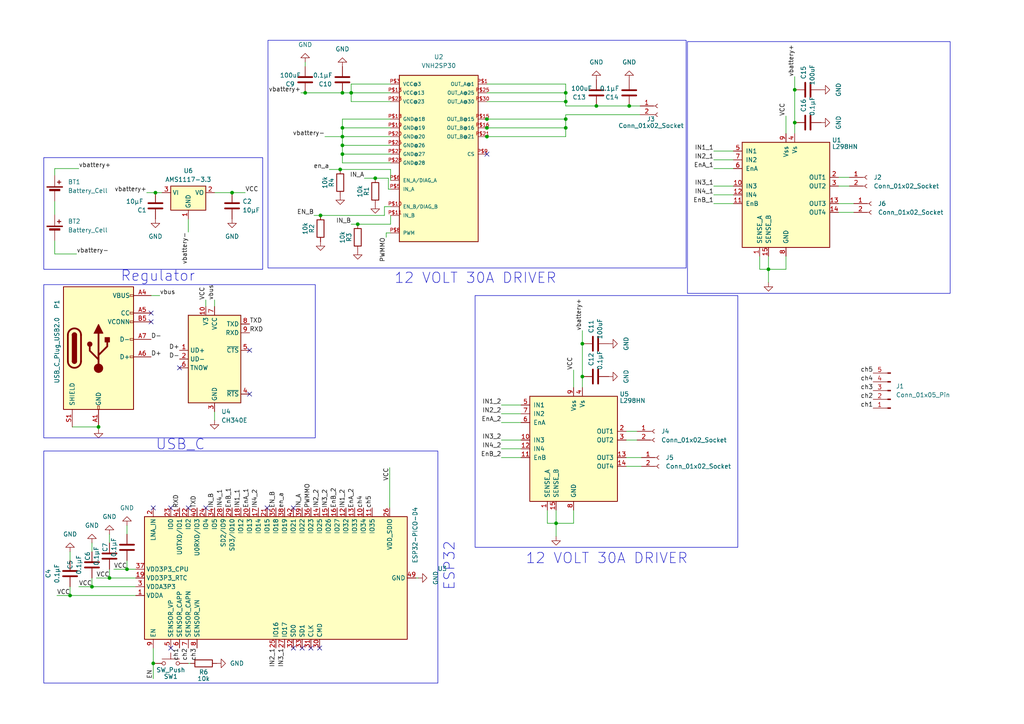
<source format=kicad_sch>
(kicad_sch (version 20230121) (generator eeschema)
  (paper "A4")
  (lib_symbols
    (symbol "Battery_Cell_1" (pin_numbers hide) (pin_names (offset 0) hide)
      (property "Reference" "BT1" (at 3.81 3.1115 0))
      (property "Value" "Battery_Cell" (at 3.81 0.5715 0))
      (symbol "Battery_Cell_1_0_1"
        (rectangle (start -2.286 1.778) (end 2.286 1.524) (fill (type outline)))
        (rectangle (start -1.524 1.016) (end 1.524 0.508) (fill (type outline)))
        (polyline (pts (xy 0 0.762) (xy 0 0)))
        (polyline (pts (xy 0 1.778) (xy 0 2.54)))
        (polyline (pts (xy 0.762 3.048) (xy 1.778 3.048)) (stroke (width 0.254)))
        (polyline (pts (xy 1.27 3.556) (xy 1.27 2.54)) (stroke (width 0.254)))
      )
      (symbol "Battery_Cell_1_1_1"
        (pin power_out line (at 0 5.08 270) (length 2.54) (name "+") (number "1"))
        (pin power_in line (at 0 -2.54 90) (length 2.54) (name "-") (number "2"))
      )
    )
    (symbol "Connector:Conn_01x02_Socket" (pin_names (offset 1.016) hide)
      (property "Reference" "J" (at 0 2.54 0))
      (property "Value" "Conn_01x02_Socket" (at 0 -5.08 0))
      (symbol "Conn_01x02_Socket_1_1"
        (arc (start 0 -2.032) (mid -0.5058 -2.54) (end 0 -3.048) (stroke (width 0.1524)))
        (polyline (pts (xy -1.27 -2.54) (xy -0.508 -2.54)) (stroke (width 0.1524)))
        (polyline (pts (xy -1.27 0) (xy -0.508 0)) (stroke (width 0.1524)))
        (arc (start 0 0.508) (mid -0.5058 0) (end 0 -0.508) (stroke (width 0.1524)))
        (pin passive line (at -5.08 0 0) (length 3.81) (name "Pin_1") (number "1"))
        (pin passive line (at -5.08 -2.54 0) (length 3.81) (name "Pin_2") (number "2"))
      )
    )
    (symbol "Connector:Conn_01x05_Pin" (pin_names (offset 1.016) hide)
      (property "Reference" "J" (at 0 7.62 0))
      (property "Value" "Conn_01x05_Pin" (at 0 -7.62 0))
      (symbol "Conn_01x05_Pin_1_1"
        (polyline (pts (xy 1.27 -5.08) (xy 0.8636 -5.08)) (stroke (width 0.1524)))
        (polyline (pts (xy 1.27 -2.54) (xy 0.8636 -2.54)) (stroke (width 0.1524)))
        (polyline (pts (xy 1.27 0) (xy 0.8636 0)) (stroke (width 0.1524)))
        (polyline (pts (xy 1.27 2.54) (xy 0.8636 2.54)) (stroke (width 0.1524)))
        (polyline (pts (xy 1.27 5.08) (xy 0.8636 5.08)) (stroke (width 0.1524)))
        (rectangle (start 0.8636 -4.953) (end 0 -5.207) (stroke (width 0.1524)) (fill (type outline)))
        (rectangle (start 0.8636 -2.413) (end 0 -2.667) (stroke (width 0.1524)) (fill (type outline)))
        (rectangle (start 0.8636 0.127) (end 0 -0.127) (stroke (width 0.1524)) (fill (type outline)))
        (rectangle (start 0.8636 2.667) (end 0 2.413) (stroke (width 0.1524)) (fill (type outline)))
        (rectangle (start 0.8636 5.207) (end 0 4.953) (stroke (width 0.1524)) (fill (type outline)))
        (pin passive line (at 5.08 5.08 180) (length 3.81) (name "Pin_1") (number "1"))
        (pin passive line (at 5.08 2.54 180) (length 3.81) (name "Pin_2") (number "2"))
        (pin passive line (at 5.08 0 180) (length 3.81) (name "Pin_3") (number "3"))
        (pin passive line (at 5.08 -2.54 180) (length 3.81) (name "Pin_4") (number "4"))
        (pin passive line (at 5.08 -5.08 180) (length 3.81) (name "Pin_5") (number "5"))
      )
    )
    (symbol "Connector:USB_C_Plug_USB2.0" (pin_names (offset 1.016))
      (property "Reference" "P1" (at -12.065 12.7 90))
      (property "Value" "USB_C_Plug_USB2.0" (at -12.065 -0.635 90))
      (symbol "USB_C_Plug_USB2.0_0_0"
        (rectangle (start -0.254 -17.78) (end 0.254 -16.764))
        (rectangle (start 10.16 -2.286) (end 9.144 -2.794))
        (rectangle (start 10.16 2.794) (end 9.144 2.286))
        (rectangle (start 10.16 7.874) (end 9.144 7.366))
        (rectangle (start 10.16 10.414) (end 9.144 9.906))
        (rectangle (start 10.16 15.494) (end 9.144 14.986))
      )
      (symbol "USB_C_Plug_USB2.0_0_1"
        (rectangle (start -10.16 17.78) (end 10.16 -17.78) (stroke (width 0.254)) (fill (type background)))
        (arc (start -8.89 -3.81) (mid -6.985 -5.7067) (end -5.08 -3.81) (stroke (width 0.508)))
        (arc (start -7.62 -3.81) (mid -6.985 -4.4423) (end -6.35 -3.81) (stroke (width 0.254)))
        (arc (start -7.62 -3.81) (mid -6.985 -4.4423) (end -6.35 -3.81) (stroke (width 0.254)) (fill (type outline)))
        (rectangle (start -7.62 -3.81) (end -6.35 3.81) (stroke (width 0.254)) (fill (type outline)))
        (arc (start -6.35 3.81) (mid -6.985 4.4423) (end -7.62 3.81) (stroke (width 0.254)))
        (arc (start -6.35 3.81) (mid -6.985 4.4423) (end -7.62 3.81) (stroke (width 0.254)) (fill (type outline)))
        (arc (start -5.08 3.81) (mid -6.985 5.7067) (end -8.89 3.81) (stroke (width 0.508)))
        (circle (center -2.54 1.143) (radius 0.635) (stroke (width 0.254)) (fill (type outline)))
        (circle (center 0 -5.842) (radius 1.27) (fill (type outline)))
        (polyline (pts (xy -8.89 -3.81) (xy -8.89 3.81)) (stroke (width 0.508)))
        (polyline (pts (xy -5.08 3.81) (xy -5.08 -3.81)) (stroke (width 0.508)))
        (polyline (pts (xy 0 -5.842) (xy 0 4.318)) (stroke (width 0.508)))
        (polyline (pts (xy 0 -3.302) (xy -2.54 -0.762) (xy -2.54 0.508)) (stroke (width 0.508)))
        (polyline (pts (xy 0 -2.032) (xy 2.54 0.508) (xy 2.54 1.778)) (stroke (width 0.508)))
        (polyline (pts (xy -1.27 4.318) (xy 0 6.858) (xy 1.27 4.318) (xy -1.27 4.318)) (stroke (width 0.254)) (fill (type outline)))
        (rectangle (start 1.905 1.778) (end 3.175 3.048) (stroke (width 0.254)) (fill (type outline)))
      )
      (symbol "USB_C_Plug_USB2.0_1_1"
        (pin passive line (at 0 -22.86 90) (length 5.08) (name "GND") (number "A1"))
        (pin passive line (at 0 -22.86 90) (length 5.08) hide (name "GND") (number "A12"))
        (pin power_out line (at 15.24 15.24 180) (length 5.08) (name "VBUS") (number "A4"))
        (pin bidirectional line (at 15.24 10.16 180) (length 5.08) (name "CC") (number "A5"))
        (pin bidirectional line (at 15.24 -2.54 180) (length 5.08) (name "D+") (number "A6"))
        (pin bidirectional line (at 15.24 2.54 180) (length 5.08) (name "D-") (number "A7"))
        (pin passive line (at 15.24 15.24 180) (length 5.08) hide (name "VBUS") (number "A9"))
        (pin passive line (at 0 -22.86 90) (length 5.08) hide (name "GND") (number "B1"))
        (pin passive line (at 0 -22.86 90) (length 5.08) hide (name "GND") (number "B12"))
        (pin passive line (at 15.24 15.24 180) (length 5.08) hide (name "VBUS") (number "B4"))
        (pin bidirectional line (at 15.24 7.62 180) (length 5.08) (name "VCONN") (number "B5"))
        (pin passive line (at 15.24 15.24 180) (length 5.08) hide (name "VBUS") (number "B9"))
        (pin passive line (at -7.62 -22.86 90) (length 5.08) (name "SHIELD") (number "S1"))
      )
    )
    (symbol "Device:Battery_Cell" (pin_numbers hide) (pin_names (offset 0) hide)
      (property "Reference" "BT2" (at 3.81 3.1115 0))
      (property "Value" "Battery_Cell" (at 3.81 0.5715 0))
      (symbol "Battery_Cell_0_1"
        (rectangle (start -2.286 1.778) (end 2.286 1.524) (fill (type outline)))
        (rectangle (start -1.524 1.016) (end 1.524 0.508) (fill (type outline)))
        (polyline (pts (xy 0 0.762) (xy 0 0)))
        (polyline (pts (xy 0 1.778) (xy 0 2.54)))
        (polyline (pts (xy 0.762 3.048) (xy 1.778 3.048)) (stroke (width 0.254)))
        (polyline (pts (xy 1.27 3.556) (xy 1.27 2.54)) (stroke (width 0.254)))
      )
      (symbol "Battery_Cell_1_1"
        (pin power_out line (at 0 5.08 270) (length 2.54) (name "+") (number "1"))
        (pin power_in line (at 0 -2.54 90) (length 2.54) (name "-") (number "2"))
      )
    )
    (symbol "Device:C" (pin_numbers hide) (pin_names (offset 0.254))
      (property "Reference" "C" (at 0.635 2.54 0))
      (property "Value" "C" (at 0.635 -2.54 0))
      (symbol "C_0_1"
        (polyline (pts (xy -2.032 -0.762) (xy 2.032 -0.762)) (stroke (width 0.508)))
        (polyline (pts (xy -2.032 0.762) (xy 2.032 0.762)) (stroke (width 0.508)))
      )
      (symbol "C_1_1"
        (pin passive line (at 0 3.81 270) (length 2.794) (name "~") (number "1"))
        (pin passive line (at 0 -3.81 90) (length 2.794) (name "~") (number "2"))
      )
    )
    (symbol "Device:R" (pin_numbers hide) (pin_names (offset 0))
      (property "Reference" "R" (at 2.032 0 90))
      (property "Value" "R" (at 0 0 90))
      (symbol "R_0_1"
        (rectangle (start -1.016 -2.54) (end 1.016 2.54) (stroke (width 0.254)))
      )
      (symbol "R_1_1"
        (pin passive line (at 0 3.81 270) (length 1.27) (name "~") (number "1"))
        (pin passive line (at 0 -3.81 90) (length 1.27) (name "~") (number "2"))
      )
    )
    (symbol "Driver_Motor:L298HN" (pin_names (offset 1.016))
      (property "Reference" "U1" (at 13.335 15.875 0))
      (property "Value" "L298HN" (at 13.335 13.97 0))
      (symbol "L298HN_0_1"
        (rectangle (start -12.7 15.24) (end 12.7 -15.24) (stroke (width 0.254)) (fill (type background)))
      )
      (symbol "L298HN_1_1"
        (pin passive line (at -7.62 -17.78 90) (length 2.54) (name "SENSE_A") (number "1"))
        (pin input line (at -15.24 2.54 0) (length 2.54) (name "IN3") (number "10"))
        (pin input line (at -15.24 -2.54 0) (length 2.54) (name "EnB") (number "11"))
        (pin input line (at -15.24 0 0) (length 2.54) (name "IN4") (number "12"))
        (pin output line (at 15.24 -2.54 180) (length 2.54) (name "OUT3") (number "13"))
        (pin output line (at 15.24 -5.08 180) (length 2.54) (name "OUT4") (number "14"))
        (pin passive line (at -5.08 -17.78 90) (length 2.54) (name "SENSE_B") (number "15"))
        (pin output line (at 15.24 5.08 180) (length 2.54) (name "OUT1") (number "2"))
        (pin output line (at 15.24 2.54 180) (length 2.54) (name "OUT2") (number "3"))
        (pin power_in line (at 2.54 17.78 270) (length 2.54) (name "Vs") (number "4"))
        (pin input line (at -15.24 12.7 0) (length 2.54) (name "IN1") (number "5"))
        (pin input line (at -15.24 7.62 0) (length 2.54) (name "EnA") (number "6"))
        (pin input line (at -15.24 10.16 0) (length 2.54) (name "IN2") (number "7"))
        (pin passive line (at 0 -17.78 90) (length 2.54) (name "GND") (number "8"))
        (pin power_in line (at 0 17.78 270) (length 2.54) (name "Vss") (number "9"))
      )
    )
    (symbol "Interface_USB:CH340E"
      (property "Reference" "U4" (at 1.9559 -14.605 0))
      (property "Value" "CH340E" (at 1.9559 -17.145 0))
      (symbol "CH340E_0_1"
        (rectangle (start -7.62 12.7) (end 7.62 -12.7) (stroke (width 0.254)) (fill (type background)))
      )
      (symbol "CH340E_1_1"
        (pin bidirectional line (at -10.16 2.54 0) (length 2.54) (name "UD+") (number "1"))
        (pin passive line (at -2.54 15.24 270) (length 2.54) (name "V3") (number "10"))
        (pin bidirectional line (at -10.16 0 0) (length 2.54) (name "UD-") (number "2"))
        (pin passive line (at 0 -15.24 90) (length 2.54) (name "GND") (number "3"))
        (pin output line (at 10.16 -10.16 180) (length 2.54) (name "~{RTS}") (number "4"))
        (pin input line (at 10.16 2.54 180) (length 2.54) (name "~{CTS}") (number "5"))
        (pin output line (at -10.16 -2.54 0) (length 2.54) (name "TNOW") (number "6"))
        (pin power_in line (at 0 15.24 270) (length 2.54) (name "VCC") (number "7"))
        (pin output line (at 10.16 10.16 180) (length 2.54) (name "TXD") (number "8"))
        (pin input line (at 10.16 7.62 180) (length 2.54) (name "RXD") (number "9"))
      )
    )
    (symbol "L298HN_1" (pin_names (offset 1.016))
      (property "Reference" "U5" (at 13.335 15.875 0))
      (property "Value" "L298HN" (at 13.335 13.97 0))
      (symbol "L298HN_1_0_1"
        (rectangle (start -12.7 15.24) (end 12.7 -15.24) (stroke (width 0.254)) (fill (type background)))
      )
      (symbol "L298HN_1_1_1"
        (pin passive line (at -7.62 -17.78 90) (length 2.54) (name "SENSE_A") (number "1"))
        (pin input line (at -15.24 2.54 0) (length 2.54) (name "IN3") (number "10"))
        (pin input line (at -15.24 -2.54 0) (length 2.54) (name "EnB") (number "11"))
        (pin input line (at -15.24 0 0) (length 2.54) (name "IN4") (number "12"))
        (pin output line (at 15.24 -2.54 180) (length 2.54) (name "OUT3") (number "13"))
        (pin output line (at 15.24 -5.08 180) (length 2.54) (name "OUT4") (number "14"))
        (pin passive line (at -5.08 -17.78 90) (length 2.54) (name "SENSE_B") (number "15"))
        (pin output line (at 15.24 5.08 180) (length 2.54) (name "OUT1") (number "2"))
        (pin output line (at 15.24 2.54 180) (length 2.54) (name "OUT2") (number "3"))
        (pin power_in line (at 2.54 17.78 270) (length 2.54) (name "Vs") (number "4"))
        (pin input line (at -15.24 12.7 0) (length 2.54) (name "IN1") (number "5"))
        (pin input line (at -15.24 7.62 0) (length 2.54) (name "EnA") (number "6"))
        (pin input line (at -15.24 10.16 0) (length 2.54) (name "IN2") (number "7"))
        (pin passive line (at 0 -17.78 90) (length 2.54) (name "GND") (number "8"))
        (pin power_in line (at 0 17.78 270) (length 2.54) (name "Vss") (number "9"))
      )
    )
    (symbol "RF_Module:ESP32-PICO-D4"
      (property "Reference" "U3" (at 1.9559 -40.64 0))
      (property "Value" "ESP32-PICO-D4" (at 1.9559 -43.18 0))
      (symbol "ESP32-PICO-D4_0_0"
        (pin power_in line (at -5.08 40.64 270) (length 2.54) (name "VDDA") (number "1"))
        (pin input line (at 20.32 -25.4 180) (length 2.54) (name "IO34") (number "10"))
        (pin input line (at 20.32 -27.94 180) (length 2.54) (name "IO35") (number "11"))
        (pin bidirectional line (at 20.32 -20.32 180) (length 2.54) (name "IO32") (number "12"))
        (pin bidirectional line (at 20.32 -22.86 180) (length 2.54) (name "IO33") (number "13"))
        (pin bidirectional line (at 20.32 -12.7 180) (length 2.54) (name "IO25") (number "14"))
        (pin bidirectional line (at 20.32 -15.24 180) (length 2.54) (name "IO26") (number "15"))
        (pin bidirectional line (at 20.32 -17.78 180) (length 2.54) (name "IO27") (number "16"))
        (pin bidirectional line (at 20.32 5.08 180) (length 2.54) (name "IO14") (number "17"))
        (pin bidirectional line (at 20.32 10.16 180) (length 2.54) (name "IO12") (number "18"))
        (pin power_in line (at 0 40.64 270) (length 2.54) (name "VDD3P3_RTC") (number "19"))
        (pin bidirectional line (at 20.32 35.56 180) (length 2.54) (name "LNA_IN") (number "2"))
        (pin bidirectional line (at 20.32 7.62 180) (length 2.54) (name "IO13") (number "20"))
        (pin bidirectional line (at 20.32 2.54 180) (length 2.54) (name "IO15") (number "21"))
        (pin bidirectional line (at 20.32 25.4 180) (length 2.54) (name "IO2") (number "22"))
        (pin bidirectional line (at 20.32 30.48 180) (length 2.54) (name "IO0") (number "23"))
        (pin bidirectional line (at 20.32 20.32 180) (length 2.54) (name "IO4") (number "24"))
        (pin bidirectional line (at -20.32 0 0) (length 2.54) (name "IO16") (number "25"))
        (pin power_out line (at 20.32 -33.02 180) (length 2.54) (name "VDD_SDIO") (number "26"))
        (pin bidirectional line (at -20.32 -2.54 0) (length 2.54) (name "IO17") (number "27"))
        (pin bidirectional line (at 20.32 15.24 180) (length 2.54) (name "SD2/IO9") (number "28"))
        (pin bidirectional line (at 20.32 12.7 180) (length 2.54) (name "SD3/IO10") (number "29"))
        (pin power_in line (at -2.54 40.64 270) (length 2.54) (name "VDDA3P3") (number "3"))
        (pin bidirectional line (at -20.32 -12.7 0) (length 2.54) (name "CMD") (number "30"))
        (pin bidirectional line (at -20.32 -10.16 0) (length 2.54) (name "CLK") (number "31"))
        (pin bidirectional line (at -20.32 -5.08 0) (length 2.54) (name "SD0") (number "32"))
        (pin bidirectional line (at -20.32 -7.62 0) (length 2.54) (name "SD1") (number "33"))
        (pin bidirectional line (at 20.32 17.78 180) (length 2.54) (name "IO5") (number "34"))
        (pin bidirectional line (at 20.32 0 180) (length 2.54) (name "IO18") (number "35"))
        (pin bidirectional line (at 20.32 -10.16 180) (length 2.54) (name "IO23") (number "36"))
        (pin power_in line (at 2.54 40.64 270) (length 2.54) (name "VDD3P3_CPU") (number "37"))
        (pin bidirectional line (at 20.32 -2.54 180) (length 2.54) (name "IO19") (number "38"))
        (pin bidirectional line (at 20.32 -7.62 180) (length 2.54) (name "IO22") (number "39"))
        (pin passive line (at -2.54 40.64 270) (length 2.54) hide (name "VDDA3P3") (number "4"))
        (pin bidirectional line (at 20.32 22.86 180) (length 2.54) (name "U0RXD/IO3") (number "40"))
        (pin bidirectional line (at 20.32 27.94 180) (length 2.54) (name "U0TXD/IO1") (number "41"))
        (pin bidirectional line (at 20.32 -5.08 180) (length 2.54) (name "IO21") (number "42"))
        (pin passive line (at -5.08 40.64 270) (length 2.54) hide (name "VDDA") (number "43"))
        (pin no_connect line (at -17.78 -25.4 0) (length 2.54) hide (name "XTAL_N_NC") (number "44"))
        (pin no_connect line (at -17.78 -27.94 0) (length 2.54) hide (name "XTAL_P_NC") (number "45"))
        (pin passive line (at -5.08 40.64 270) (length 2.54) hide (name "VDDA") (number "46"))
        (pin no_connect line (at -17.78 -30.48 0) (length 2.54) hide (name "CAP2_NC") (number "47"))
        (pin no_connect line (at -17.78 -33.02 0) (length 2.54) hide (name "CAP1_NC") (number "48"))
        (pin input line (at -20.32 30.48 0) (length 2.54) (name "SENSOR_VP") (number "5"))
        (pin input line (at -20.32 27.94 0) (length 2.54) (name "SENSOR_CAPP") (number "6"))
        (pin input line (at -20.32 25.4 0) (length 2.54) (name "SENSOR_CAPN") (number "7"))
        (pin input line (at -20.32 22.86 0) (length 2.54) (name "SENSOR_VN") (number "8"))
        (pin input line (at -20.32 35.56 0) (length 2.54) (name "EN") (number "9"))
      )
      (symbol "ESP32-PICO-D4_0_1"
        (rectangle (start -17.78 38.1) (end 17.78 -38.1) (stroke (width 0.254)) (fill (type background)))
      )
      (symbol "ESP32-PICO-D4_1_0"
        (pin passive line (at 0 -40.64 90) (length 2.54) (name "GND") (number "49"))
      )
    )
    (symbol "Regulator_Linear:AMS1117-3.3"
      (property "Reference" "U" (at -3.81 3.175 0))
      (property "Value" "AMS1117-3.3" (at 0 3.175 0))
      (symbol "AMS1117-3.3_0_1"
        (rectangle (start -5.08 -5.08) (end 5.08 1.905) (stroke (width 0.254)) (fill (type background)))
      )
      (symbol "AMS1117-3.3_1_1"
        (pin power_in line (at 0 -7.62 90) (length 2.54) (name "GND") (number "1"))
        (pin power_out line (at 7.62 0 180) (length 2.54) (name "VO") (number "2"))
        (pin power_in line (at -7.62 0 0) (length 2.54) (name "VI") (number "3"))
      )
    )
    (symbol "Switch:SW_Push" (pin_numbers hide) (pin_names (offset 1.016) hide)
      (property "Reference" "SW" (at 1.27 2.54 0))
      (property "Value" "SW_Push" (at 0 -1.524 0))
      (symbol "SW_Push_0_1"
        (circle (center -2.032 0) (radius 0.508))
        (polyline (pts (xy 0 1.27) (xy 0 3.048)))
        (polyline (pts (xy 2.54 1.27) (xy -2.54 1.27)))
        (circle (center 2.032 0) (radius 0.508))
        (pin passive line (at -5.08 0 0) (length 2.54) (name "1") (number "1"))
        (pin passive line (at 5.08 0 180) (length 2.54) (name "2") (number "2"))
      )
    )
    (symbol "VNH2SP30:VNH2SP30" (pin_names (offset 1.016))
      (property "Reference" "U2" (at -1.27 15.24 0))
      (property "Value" "VNH2SP30" (at -1.27 12.7 0))
      (symbol "VNH2SP30_0_0"
        (rectangle (start -12.7 -38.1) (end 10.16 10.16) (stroke (width 0.254)) (fill (type background)))
        (pin bidirectional line (at -15.24 -27.94 0) (length 2.54) (name "EN_B/DIAG_B") (number "P$10"))
        (pin input line (at -15.24 -30.48 0) (length 2.54) (name "IN_B") (number "P$11"))
        (pin power_in line (at -15.24 5.08 0) (length 2.54) (name "VCC@13") (number "P$13"))
        (pin power_in line (at -15.24 -2.54 0) (length 2.54) (name "GND@18") (number "P$18"))
        (pin power_in line (at -15.24 -5.08 0) (length 2.54) (name "GND@19") (number "P$19"))
        (pin power_in line (at -15.24 -7.62 0) (length 2.54) (name "GND@20") (number "P$20"))
        (pin power_in line (at -15.24 2.54 0) (length 2.54) (name "VCC@23") (number "P$23"))
        (pin power_in line (at -15.24 -12.7 0) (length 2.54) (name "GND@27") (number "P$27"))
        (pin power_in line (at -15.24 -15.24 0) (length 2.54) (name "GND@28") (number "P$28"))
        (pin power_in line (at -15.24 7.62 0) (length 2.54) (name "VCC@3") (number "P$3"))
        (pin input line (at -15.24 -22.86 0) (length 2.54) (name "IN_A") (number "P$5"))
        (pin bidirectional line (at -15.24 -20.32 0) (length 2.54) (name "EN_A/DIAG_A") (number "P$6"))
        (pin input line (at -15.24 -35.56 0) (length 2.54) (name "PWM") (number "P$8"))
        (pin output line (at 12.7 -12.7 180) (length 2.54) (name "CS") (number "P$9"))
      )
      (symbol "VNH2SP30_1_0"
        (pin passive line (at 12.7 7.62 180) (length 2.54) (name "OUT_A@1") (number "P$1"))
        (pin passive line (at 12.7 -2.54 180) (length 2.54) (name "OUT_B@15") (number "P$15"))
        (pin passive line (at 12.7 -5.08 180) (length 2.54) (name "OUT_B@16") (number "P$16"))
        (pin passive line (at 12.7 -7.62 180) (length 2.54) (name "OUT_B@21") (number "P$21"))
        (pin passive line (at 12.7 5.08 180) (length 2.54) (name "OUT_A@25") (number "P$25"))
        (pin passive line (at -15.24 -10.16 0) (length 2.54) (name "GND@26") (number "P$26"))
        (pin passive line (at 12.7 2.54 180) (length 2.54) (name "OUT_A@30") (number "P$30"))
      )
    )
    (symbol "power:GND" (power) (pin_names (offset 0))
      (property "Value" "GND" (at 0 -3.81 0))
      (symbol "GND_0_1"
        (polyline (pts (xy 0 0) (xy 0 -1.27) (xy 1.27 -1.27) (xy 0 -2.54) (xy -1.27 -1.27) (xy 0 -1.27)))
      )
      (symbol "GND_1_1"
        (pin power_in line (at 0 0 270) (length 0) hide (name "GND") (number "1"))
      )
    )
  )
  (junction (at 141.224 39.624))
  (junction (at 20.32 172.72))
  (junction (at 36.83 165.1))
  (junction (at 164.084 26.924))
  (junction (at 44.45 192.405))
  (junction (at 103.759 65.024))
  (junction (at 45.085 55.88))
  (junction (at 28.575 123.825))
  (junction (at 67.31 55.88))
  (junction (at 101.854 26.924))
  (junction (at 92.964 62.484))
  (junction (at 26.67 170.18))
  (junction (at 141.224 34.544))
  (junction (at 31.75 167.64))
  (junction (at 230.505 26.035))
  (junction (at 99.314 26.924))
  (junction (at 99.314 42.164))
  (junction (at 164.084 34.544))
  (junction (at 99.314 37.084))
  (junction (at 161.29 151.765))
  (junction (at 164.084 29.464))
  (junction (at 108.839 51.689))
  (junction (at 168.91 109.22))
  (junction (at 164.084 37.084))
  (junction (at 172.974 30.734))
  (junction (at 88.519 26.924))
  (junction (at 168.91 99.695))
  (junction (at 230.505 35.56))
  (junction (at 222.885 78.105))
  (junction (at 182.499 30.734))
  (junction (at 99.314 44.704))
  (junction (at 141.224 37.084))
  (junction (at 98.679 49.149))
  (junction (at 99.314 39.624))
  (no_connect (at 87.63 187.96))
  (no_connect (at 52.07 106.68))
  (no_connect (at 49.53 147.32))
  (no_connect (at 54.61 147.32))
  (no_connect (at 90.17 187.96))
  (no_connect (at 141.224 44.704))
  (no_connect (at 72.39 101.6))
  (no_connect (at 43.815 90.805))
  (no_connect (at 44.45 147.32))
  (no_connect (at 77.47 147.32))
  (no_connect (at 72.39 114.3))
  (no_connect (at 85.09 147.32))
  (no_connect (at 92.71 187.96))
  (no_connect (at 85.09 187.96))
  (no_connect (at 59.69 147.32))
  (no_connect (at 43.815 93.345))
  (no_connect (at 49.53 187.96))
  (wire (pts (xy 108.839 51.689) (xy 112.649 51.689)))
  (wire (pts (xy 43.815 85.725) (xy 46.355 85.725)))
  (wire (pts (xy 101.854 24.384) (xy 113.284 24.384)))
  (wire (pts (xy 28.575 124.46) (xy 28.575 123.825)))
  (wire (pts (xy 113.284 49.149) (xy 113.284 52.324)))
  (wire (pts (xy 36.83 165.1) (xy 36.83 162.56)))
  (wire (pts (xy 99.314 37.084) (xy 99.314 34.544)))
  (wire (pts (xy 230.505 26.035) (xy 230.505 35.56)))
  (wire (pts (xy 112.649 51.689) (xy 112.649 54.864)))
  (wire (pts (xy 101.854 24.384) (xy 101.854 26.924)))
  (wire (pts (xy 101.854 26.924) (xy 101.854 29.464)))
  (wire (pts (xy 94.234 39.624) (xy 99.314 39.624)))
  (wire (pts (xy 20.955 123.825) (xy 28.575 123.825)))
  (wire (pts (xy 44.45 187.96) (xy 44.45 192.405)))
  (wire (pts (xy 141.224 24.384) (xy 164.084 24.384)))
  (wire (pts (xy 15.875 48.895) (xy 15.875 50.8)))
  (wire (pts (xy 230.505 22.225) (xy 230.505 26.035)))
  (wire (pts (xy 247.65 59.055) (xy 243.205 59.055)))
  (wire (pts (xy 164.084 33.274) (xy 185.674 33.274)))
  (wire (pts (xy 230.505 35.56) (xy 230.505 38.735)))
  (wire (pts (xy 95.504 49.149) (xy 98.679 49.149)))
  (wire (pts (xy 33.02 165.1) (xy 36.83 165.1)))
  (wire (pts (xy 222.885 81.915) (xy 222.885 78.105)))
  (wire (pts (xy 45.085 55.88) (xy 46.99 55.88)))
  (wire (pts (xy 145.415 120.015) (xy 151.13 120.015)))
  (wire (pts (xy 207.01 59.055) (xy 212.725 59.055)))
  (wire (pts (xy 105.664 51.689) (xy 108.839 51.689)))
  (wire (pts (xy 99.314 39.624) (xy 113.284 39.624)))
  (wire (pts (xy 166.37 147.955) (xy 166.37 151.765)))
  (wire (pts (xy 141.224 39.624) (xy 164.084 39.624)))
  (wire (pts (xy 31.75 154.94) (xy 31.75 157.48)))
  (wire (pts (xy 42.545 55.88) (xy 45.085 55.88)))
  (wire (pts (xy 99.314 42.164) (xy 99.314 44.704)))
  (wire (pts (xy 99.314 42.164) (xy 113.284 42.164)))
  (wire (pts (xy 112.014 67.564) (xy 113.284 67.564)))
  (wire (pts (xy 16.51 172.72) (xy 20.32 172.72)))
  (wire (pts (xy 36.83 152.4) (xy 36.83 154.94)))
  (wire (pts (xy 207.01 48.895) (xy 212.725 48.895)))
  (wire (pts (xy 22.225 73.66) (xy 15.875 73.66)))
  (wire (pts (xy 101.854 26.924) (xy 113.284 26.924)))
  (wire (pts (xy 227.965 33.655) (xy 227.965 38.735)))
  (wire (pts (xy 220.345 78.105) (xy 222.885 78.105)))
  (wire (pts (xy 99.314 47.244) (xy 113.284 47.244)))
  (wire (pts (xy 62.23 86.995) (xy 62.23 88.9)))
  (wire (pts (xy 36.83 165.1) (xy 39.37 165.1)))
  (wire (pts (xy 145.415 122.555) (xy 151.13 122.555)))
  (wire (pts (xy 141.224 26.924) (xy 164.084 26.924)))
  (wire (pts (xy 140.589 34.544) (xy 141.224 34.544)))
  (wire (pts (xy 101.854 29.464) (xy 113.284 29.464)))
  (wire (pts (xy 141.224 29.464) (xy 164.084 29.464)))
  (wire (pts (xy 26.67 170.18) (xy 39.37 170.18)))
  (wire (pts (xy 99.314 37.084) (xy 113.284 37.084)))
  (wire (pts (xy 113.284 65.024) (xy 113.284 62.484)))
  (wire (pts (xy 141.224 37.084) (xy 164.084 37.084)))
  (wire (pts (xy 44.45 192.405) (xy 44.45 196.85)))
  (wire (pts (xy 103.759 65.024) (xy 113.284 65.024)))
  (wire (pts (xy 207.01 53.975) (xy 212.725 53.975)))
  (wire (pts (xy 172.974 30.734) (xy 182.499 30.734)))
  (wire (pts (xy 87.249 26.924) (xy 88.519 26.924)))
  (wire (pts (xy 54.61 67.31) (xy 54.61 63.5)))
  (wire (pts (xy 20.32 172.72) (xy 20.32 170.18)))
  (wire (pts (xy 164.084 30.734) (xy 164.084 29.464)))
  (wire (pts (xy 164.084 29.464) (xy 164.084 26.924)))
  (wire (pts (xy 26.67 170.18) (xy 26.67 167.64)))
  (wire (pts (xy 121.285 167.64) (xy 120.65 167.64)))
  (wire (pts (xy 112.014 68.834) (xy 112.014 67.564)))
  (wire (pts (xy 99.314 34.544) (xy 113.284 34.544)))
  (wire (pts (xy 59.69 86.995) (xy 59.69 88.9)))
  (wire (pts (xy 247.65 61.595) (xy 243.205 61.595)))
  (wire (pts (xy 140.589 37.084) (xy 141.224 37.084)))
  (wire (pts (xy 31.75 167.64) (xy 31.75 165.1)))
  (wire (pts (xy 67.31 55.88) (xy 62.23 55.88)))
  (wire (pts (xy 207.01 56.515) (xy 212.725 56.515)))
  (wire (pts (xy 220.345 74.295) (xy 220.345 78.105)))
  (wire (pts (xy 207.01 43.815) (xy 212.725 43.815)))
  (wire (pts (xy 207.01 46.355) (xy 212.725 46.355)))
  (wire (pts (xy 111.506 59.944) (xy 113.284 59.944)))
  (wire (pts (xy 168.91 95.885) (xy 168.91 99.695)))
  (wire (pts (xy 111.506 62.484) (xy 111.506 59.944)))
  (wire (pts (xy 88.519 26.924) (xy 99.314 26.924)))
  (wire (pts (xy 62.23 121.92) (xy 62.23 119.38)))
  (wire (pts (xy 164.084 30.734) (xy 172.974 30.734)))
  (wire (pts (xy 166.37 107.315) (xy 166.37 112.395)))
  (wire (pts (xy 112.649 54.864) (xy 113.284 54.864)))
  (wire (pts (xy 222.885 78.105) (xy 227.965 78.105)))
  (wire (pts (xy 98.679 49.149) (xy 113.284 49.149)))
  (wire (pts (xy 99.314 37.084) (xy 99.314 39.624)))
  (wire (pts (xy 141.224 34.544) (xy 164.084 34.544)))
  (wire (pts (xy 158.75 147.955) (xy 158.75 151.765)))
  (wire (pts (xy 161.29 151.765) (xy 166.37 151.765)))
  (wire (pts (xy 145.415 117.475) (xy 151.13 117.475)))
  (wire (pts (xy 22.86 170.18) (xy 26.67 170.18)))
  (wire (pts (xy 31.75 167.64) (xy 39.37 167.64)))
  (wire (pts (xy 184.785 125.095) (xy 181.61 125.095)))
  (wire (pts (xy 99.314 44.704) (xy 99.314 47.244)))
  (wire (pts (xy 222.885 74.295) (xy 222.885 78.105)))
  (wire (pts (xy 164.084 37.084) (xy 164.084 39.624)))
  (wire (pts (xy 145.415 130.175) (xy 151.13 130.175)))
  (wire (pts (xy 164.084 34.544) (xy 164.084 37.084)))
  (wire (pts (xy 15.875 73.66) (xy 15.875 69.85)))
  (wire (pts (xy 164.084 24.384) (xy 164.084 26.924)))
  (wire (pts (xy 20.32 160.02) (xy 20.32 162.56)))
  (wire (pts (xy 71.12 55.88) (xy 67.31 55.88)))
  (wire (pts (xy 186.055 132.715) (xy 181.61 132.715)))
  (wire (pts (xy 26.67 157.48) (xy 26.67 160.02)))
  (wire (pts (xy 27.94 167.64) (xy 31.75 167.64)))
  (wire (pts (xy 145.415 127.635) (xy 151.13 127.635)))
  (wire (pts (xy 113.03 135.636) (xy 113.03 147.32)))
  (wire (pts (xy 99.314 39.624) (xy 99.314 42.164)))
  (wire (pts (xy 168.91 109.22) (xy 168.91 112.395)))
  (wire (pts (xy 246.38 51.435) (xy 243.205 51.435)))
  (wire (pts (xy 99.314 26.924) (xy 101.854 26.924)))
  (wire (pts (xy 158.75 151.765) (xy 161.29 151.765)))
  (wire (pts (xy 91.059 62.484) (xy 92.964 62.484)))
  (wire (pts (xy 182.499 30.734) (xy 185.674 30.734)))
  (wire (pts (xy 186.055 135.255) (xy 181.61 135.255)))
  (wire (pts (xy 99.314 44.704) (xy 113.284 44.704)))
  (wire (pts (xy 20.32 172.72) (xy 39.37 172.72)))
  (wire (pts (xy 22.86 48.895) (xy 15.875 48.895)))
  (wire (pts (xy 168.91 99.695) (xy 168.91 109.22)))
  (wire (pts (xy 92.964 62.484) (xy 111.506 62.484)))
  (wire (pts (xy 140.589 39.624) (xy 141.224 39.624)))
  (wire (pts (xy 55.245 192.405) (xy 54.61 192.405)))
  (wire (pts (xy 246.38 53.975) (xy 243.205 53.975)))
  (wire (pts (xy 15.875 58.42) (xy 15.875 62.23)))
  (wire (pts (xy 227.965 74.295) (xy 227.965 78.105)))
  (wire (pts (xy 101.854 65.024) (xy 103.759 65.024)))
  (wire (pts (xy 161.29 147.955) (xy 161.29 151.765)))
  (wire (pts (xy 145.415 132.715) (xy 151.13 132.715)))
  (wire (pts (xy 161.29 155.575) (xy 161.29 151.765)))
  (wire (pts (xy 164.084 33.274) (xy 164.084 34.544)))
  (wire (pts (xy 88.519 18.034) (xy 88.519 19.304)))
  (wire (pts (xy 184.785 127.635) (xy 181.61 127.635)))
  (rectangle (start 12.7 130.81) (end 127 198.12))
  (rectangle (start 77.724 11.684) (end 199.009 77.724))
  (rectangle (start 199.39 12.065) (end 275.59 85.09))
  (rectangle (start 12.7 82.55) (end 91.44 127))
  (rectangle (start 12.7 45.72) (end 76.2 78.105))
  (rectangle (start 137.795 85.725) (end 213.995 158.75))
  (text "12 VOLT 30A DRIVER\n" (at 152.4 163.83 0) (effects (font (size 3 3)) (justify left bottom)))
  (text "ESP32" (at 132.08 171.45 90) (effects (font (size 3 3)) (justify left bottom)))
  (text "Regulator" (at 34.925 81.915 0) (effects (font (size 3 3)) (justify left bottom)))
  (text "USB_C" (at 45.085 130.81 0) (effects (font (size 3 3)) (justify left bottom)))
  (text "12 VOLT 30A DRIVER\n" (at 114.3 82.55 0) (effects (font (size 3 3)) (justify left bottom)))
  (label "EnA_2" (at 102.87 147.32 90))
  (label "IN1_1" (at 69.85 147.32 90))
  (label "vbattery+" (at 230.505 22.225 90))
  (label "IN4_1" (at 64.77 147.32 90))
  (label "EnB_2" (at 145.415 132.715 180))
  (label "ch2" (at 54.61 187.96 270))
  (label "ch3" (at 253.238 113.284 180))
  (label "VCC" (at 22.86 170.18 0))
  (label "D-" (at 43.815 98.425 0))
  (label "ch1" (at 52.07 187.96 270))
  (label "ch2" (at 253.238 115.824 180))
  (label "EnB_2" (at 97.79 147.32 90))
  (label "VCC" (at 59.69 86.995 90))
  (label "D-" (at 52.07 104.14 180))
  (label "IN2_1" (at 207.01 46.355 180))
  (label "vbus" (at 62.23 86.995 90))
  (label "VCC" (at 227.965 33.655 90))
  (label "vbattery-" (at 54.61 67.31 270))
  (label "IN3_1" (at 82.55 187.96 270))
  (label "EN" (at 44.45 196.85 90))
  (label "VCC" (at 33.02 165.1 0))
  (label "ch5" (at 107.95 147.32 90))
  (label "ch4" (at 105.41 147.32 90))
  (label "IN2_2" (at 92.71 147.32 90))
  (label "VCC" (at 16.51 172.72 0))
  (label "EnA_1" (at 207.01 48.895 180))
  (label "IN4_2" (at 74.93 147.32 90))
  (label "VCC" (at 71.12 55.88 0))
  (label "EN_B" (at 80.01 147.32 90))
  (label "vbattery-" (at 22.225 73.66 0))
  (label "EnA_1" (at 72.39 147.32 90))
  (label "EnB_1" (at 207.01 59.055 180))
  (label "IN1_2" (at 100.33 147.32 90))
  (label "ch5" (at 253.238 108.204 180))
  (label "vbus" (at 46.355 85.725 0))
  (label "RXD" (at 72.39 96.52 0))
  (label "EnA_2" (at 145.415 122.555 180))
  (label "IN_A" (at 87.63 147.32 90))
  (label "RXD" (at 52.07 147.32 90))
  (label "vbattery+" (at 87.249 26.924 180))
  (label "en_a" (at 95.504 49.149 180))
  (label "IN2_2" (at 145.415 120.015 180))
  (label "IN_B" (at 101.854 65.024 180))
  (label "IN_B" (at 62.23 147.32 90))
  (label "TXD" (at 57.15 147.32 90))
  (label "ch1" (at 253.238 118.364 180))
  (label "PWMMO" (at 112.014 68.834 270))
  (label "vbattery+" (at 168.91 95.885 90))
  (label "IN3_2" (at 145.415 127.635 180))
  (label "vbattery-" (at 94.234 39.624 180))
  (label "IN4_2" (at 145.415 130.175 180))
  (label "D+" (at 52.07 101.6 180))
  (label "IN2_1" (at 80.01 187.96 270))
  (label "PWMMO" (at 90.17 147.32 90))
  (label "IN_A" (at 105.664 51.689 180))
  (label "VCC" (at 166.37 107.315 90))
  (label "VCC" (at 113.03 135.636 270))
  (label "IN4_1" (at 207.01 56.515 180))
  (label "IN1_1" (at 207.01 43.815 180))
  (label "vbattery+" (at 22.86 48.895 0))
  (label "IN1_2" (at 145.415 117.475 180))
  (label "VCC" (at 27.94 167.64 0))
  (label "IN3_1" (at 207.01 53.975 180))
  (label "en_a" (at 82.55 147.32 90))
  (label "TXD" (at 72.39 93.98 0))
  (label "vbattery+" (at 42.545 55.88 180))
  (label "EN_B" (at 91.059 62.484 180))
  (label "ch4" (at 253.238 110.744 180))
  (label "ch3" (at 57.15 187.96 270))
  (label "EnB_1" (at 67.31 147.32 90))
  (label "D+" (at 43.815 103.505 0))
  (label "IN3_2" (at 95.25 147.32 90))
  (symbol (lib_id "Device:C") (at 172.974 26.924 180) (unit 1)
    (property "Reference" "C13" (at 169.9555 28.194 0) (effects (justify left)))
    (property "Value" "100uF" (at 171.704 25.654 0) (effects (justify left)))
    (property "Footprint" "Capacitor_THT:CP_Axial_L10.0mm_D4.5mm_P15.00mm_Horizontal" (effects hide))
  )
  (symbol (lib_id "power:GND") (at 62.865 192.405 90) (unit 1)
    (property "Reference" "#PWR04" (effects hide))
    (property "Value" "GND" (at 66.675 192.405 90) (effects (justify right)))
  )
  (symbol (lib_id "power:GND") (at 26.67 157.48 180) (unit 1)
    (property "Reference" "#PWR07" (effects hide))
    (property "Value" "GND" (at 26.67 152.4 0))
  )
  (symbol (lib_id "power:GND") (at 222.885 81.915 0) (unit 1)
    (property "Reference" "#PWR013" (effects hide))
    (property "Value" "GND" (effects hide))
  )
  (symbol (lib_id "power:GND") (at 62.23 121.92 0) (unit 1)
    (property "Reference" "#PWR05" (effects hide))
    (property "Value" "GND" (effects hide))
  )
  (symbol (lib_id "Interface_USB:CH340E") (at 62.23 104.14 0) (unit 1)
    (property "Reference" "U4" (at 64.1859 119.38 0) (effects (justify left)))
    (property "Value" "CH340E" (at 64.1859 121.92 0) (effects (justify left)))
    (property "Footprint" "Package_SO:MSOP-10_3x3mm_P0.5mm" (effects hide))
    (property "Datasheet" "https://www.mpja.com/download/35227cpdata.pdf" (effects hide))
  )
  (symbol (lib_id "Connector:Conn_01x02_Socket") (at 191.135 132.715 0) (unit 1)
    (property "Reference" "J5" (at 193.04 132.715 0) (effects (justify left)))
    (property "Value" "Conn_01x02_Socket" (at 193.04 135.255 0) (effects (justify left)))
    (property "Footprint" "Connector_Phoenix_MSTB:PhoenixContact_MSTBA_2,5_2-G-5,08_1x02_P5.08mm_Horizontal" (effects hide))
  )
  (symbol (lib_id "power:GND") (at 176.53 99.695 90) (unit 1)
    (property "Reference" "#PWR024" (effects hide))
    (property "Value" "GND" (at 181.61 99.695 0))
  )
  (symbol (lib_id "power:GND") (at 176.53 109.22 90) (unit 1)
    (property "Reference" "#PWR025" (effects hide))
    (property "Value" "GND" (at 181.61 109.22 0))
  )
  (symbol (lib_id "Device:C") (at 234.315 26.035 90) (unit 1)
    (property "Reference" "C15" (at 233.045 23.0165 0) (effects (justify left)))
    (property "Value" "100uF" (at 235.585 24.765 0) (effects (justify left)))
    (property "Footprint" "Capacitor_THT:CP_Axial_L10.0mm_D4.5mm_P15.00mm_Horizontal" (effects hide))
  )
  (symbol (lib_id "Device:R") (at 59.055 192.405 270) (unit 1)
    (property "Reference" "R6" (at 59.055 194.945 90))
    (property "Value" "10k" (at 59.055 196.85 90))
    (property "Footprint" "Resistor_THT:R_Axial_DIN0207_L6.3mm_D2.5mm_P7.62mm_Horizontal" (effects hide))
  )
  (symbol (lib_id "Device:C") (at 26.67 163.83 180) (unit 1)
    (property "Reference" "C5" (at 20.32 163.83 90))
    (property "Value" "0.1µF" (at 22.86 163.83 90))
    (property "Footprint" "Capacitor_THT:CP_Radial_Tantal_D5.0mm_P5.00mm" (effects hide))
  )
  (symbol (lib_id "Device:C") (at 182.499 26.924 180) (unit 1)
    (property "Reference" "C14" (at 179.4805 28.194 0) (effects (justify left)))
    (property "Value" "0.1µF " (at 180.594 25.654 0) (effects (justify left)))
    (property "Footprint" "Capacitor_THT:CP_Radial_Tantal_D5.0mm_P5.00mm" (effects hide))
  )
  (symbol (lib_id "power:GND") (at 36.83 152.4 180) (unit 1)
    (property "Reference" "#PWR09" (effects hide))
    (property "Value" "GND" (at 36.83 147.32 0))
  )
  (symbol (lib_name "L298HN_1") (lib_id "Driver_Motor:L298HN") (at 166.37 130.175 0) (unit 1)
    (property "Reference" "U5" (at 179.705 114.3 0) (effects (justify left)))
    (property "Value" "L298HN" (at 179.705 116.205 0) (effects (justify left)))
    (property "Footprint" "Package_TO_SOT_THT:TO-220-15_P2.54x2.54mm_StaggerOdd_Lead5.84mm_TabDown" (effects hide))
    (property "Datasheet" "http://www.st.com/st-web-ui/static/active/en/resource/technical/document/datasheet/CD00000240.pdf" (effects hide))
  )
  (symbol (lib_id "power:GND") (at 20.32 160.02 180) (unit 1)
    (property "Reference" "#PWR06" (effects hide))
    (property "Value" "GND" (at 20.32 154.94 0))
  )
  (symbol (lib_id "power:GND") (at 108.839 59.309 0) (unit 1)
    (property "Reference" "#PWR017" (effects hide))
    (property "Value" "GND" (effects hide))
  )
  (symbol (lib_id "Driver_Motor:L298HN") (at 227.965 56.515 0) (unit 1)
    (property "Reference" "U1" (at 241.3 40.64 0) (effects (justify left)))
    (property "Value" "L298HN" (at 241.3 42.545 0) (effects (justify left)))
    (property "Footprint" "Package_TO_SOT_THT:TO-220-15_P2.54x2.54mm_StaggerOdd_Lead5.84mm_TabDown" (effects hide))
    (property "Datasheet" "http://www.st.com/st-web-ui/static/active/en/resource/technical/document/datasheet/CD00000240.pdf" (effects hide))
  )
  (symbol (lib_id "Connector:Conn_01x05_Pin") (at 258.318 113.284 180) (unit 1)
    (property "Reference" "J1" (at 259.842 112.014 0) (effects (justify right)))
    (property "Value" "Conn_01x05_Pin" (at 259.842 114.554 0) (effects (justify right)))
    (property "Footprint" "Connector_Phoenix_GMSTB:PhoenixContact_GMSTBA_2,5_5-G_1x05_P7.50mm_Horizontal" (effects hide))
  )
  (symbol (lib_id "Connector:Conn_01x02_Socket") (at 190.754 30.734 0) (unit 1)
    (property "Reference" "J3" (at 187.579 34.544 0) (effects (justify left)))
    (property "Value" "Conn_01x02_Socket" (at 179.324 36.449 0) (effects (justify left)))
    (property "Footprint" "Connector_Phoenix_MSTB:PhoenixContact_MSTBA_2,5_2-G-5,08_1x02_P5.08mm_Horizontal" (effects hide))
  )
  (symbol (lib_id "Device:R") (at 103.759 68.834 180) (unit 1)
    (property "Reference" "R3" (at 101.219 68.834 90))
    (property "Value" "10k" (at 99.314 68.834 90))
    (property "Footprint" "Resistor_THT:R_Axial_DIN0207_L6.3mm_D2.5mm_P7.62mm_Horizontal" (effects hide))
  )
  (symbol (lib_id "Connector:USB_C_Plug_USB2.0") (at 28.575 100.965 0) (unit 1)
    (property "Reference" "P1" (at 16.51 88.265 90))
    (property "Value" "USB_C_Plug_USB2.0" (at 16.51 101.6 90))
    (property "Footprint" "Connector_USB:USB_C_Plug_Molex_105444" (effects hide))
    (property "Datasheet" "https://www.usb.org/sites/default/files/documents/usb_type-c.zip" (effects hide))
  )
  (symbol (lib_id "Connector:Conn_01x02_Socket") (at 189.865 125.095 0) (unit 1)
    (property "Reference" "J4" (at 191.77 125.095 0) (effects (justify left)))
    (property "Value" "Conn_01x02_Socket" (at 191.77 127.635 0) (effects (justify left)))
    (property "Footprint" "Connector_Phoenix_MSTB:PhoenixContact_MSTBA_2,5_2-G-5,08_1x02_P5.08mm_Horizontal" (effects hide))
  )
  (symbol (lib_id "power:GND") (at 103.759 72.644 0) (unit 1)
    (property "Reference" "#PWR021" (effects hide))
    (property "Value" "GND" (effects hide))
  )
  (symbol (lib_id "Device:C") (at 67.31 59.69 0) (unit 1)
    (property "Reference" "C2" (at 70.3285 58.42 0) (effects (justify left)))
    (property "Value" "10µF " (at 70.3285 60.96 0) (effects (justify left)))
    (property "Footprint" "Capacitor_THT:CP_Axial_L10.0mm_D4.5mm_P15.00mm_Horizontal" (effects hide))
  )
  (symbol (lib_id "Device:R") (at 98.679 52.959 180) (unit 1)
    (property "Reference" "R4" (at 96.139 52.959 90))
    (property "Value" "10k" (at 94.234 52.959 90))
    (property "Footprint" "Resistor_THT:R_Axial_DIN0207_L6.3mm_D2.5mm_P7.62mm_Horizontal" (effects hide))
  )
  (symbol (lib_id "Device:R") (at 92.964 66.294 180) (unit 1)
    (property "Reference" "R2" (at 90.424 66.294 90))
    (property "Value" "10k" (at 88.519 66.294 90))
    (property "Footprint" "Resistor_THT:R_Axial_DIN0207_L6.3mm_D2.5mm_P7.62mm_Horizontal" (effects hide))
  )
  (symbol (lib_id "Device:R") (at 108.839 55.499 180) (unit 1)
    (property "Reference" "R1" (at 106.299 55.499 90))
    (property "Value" "10k" (at 104.394 55.499 90))
    (property "Footprint" "Resistor_THT:R_Axial_DIN0207_L6.3mm_D2.5mm_P7.62mm_Horizontal" (effects hide))
  )
  (symbol (lib_id "power:GND") (at 182.499 23.114 180) (unit 1)
    (property "Reference" "#PWR020" (effects hide))
    (property "Value" "GND" (at 182.499 18.034 0))
  )
  (symbol (lib_id "power:GND") (at 172.974 23.114 180) (unit 1)
    (property "Reference" "#PWR019" (effects hide))
    (property "Value" "GND" (at 172.974 18.034 0))
  )
  (symbol (lib_id "Device:C") (at 20.32 166.37 180) (unit 1)
    (property "Reference" "C4" (at 13.97 166.37 90))
    (property "Value" "0.1µF" (at 16.51 166.37 90))
    (property "Footprint" "Capacitor_THT:CP_Radial_Tantal_D5.0mm_P5.00mm" (effects hide))
  )
  (symbol (lib_id "Regulator_Linear:AMS1117-3.3") (at 54.61 55.88 0) (unit 1)
    (property "Reference" "U6" (at 54.61 49.53 0))
    (property "Value" "AMS1117-3.3" (at 54.61 52.07 0))
    (property "Footprint" "Package_TO_SOT_SMD:SOT-223-3_TabPin2" (effects hide))
    (property "Datasheet" "http://www.advanced-monolithic.com/pdf/ds1117.pdf" (effects hide))
  )
  (symbol (lib_id "Device:C") (at 172.72 109.22 90) (unit 1)
    (property "Reference" "C12" (at 171.45 106.2015 0) (effects (justify left)))
    (property "Value" "0.1µF " (at 173.99 107.315 0) (effects (justify left)))
    (property "Footprint" "Capacitor_THT:CP_Radial_Tantal_D5.0mm_P5.00mm" (effects hide))
  )
  (symbol (lib_id "Device:C") (at 45.085 59.69 180) (unit 1)
    (property "Reference" "C1" (at 42.545 60.96 0) (effects (justify left)))
    (property "Value" "10µF " (at 42.545 58.42 0) (effects (justify left)))
    (property "Footprint" "Capacitor_THT:CP_Axial_L10.0mm_D4.5mm_P15.00mm_Horizontal" (effects hide))
  )
  (symbol (lib_id "Device:C") (at 31.75 161.29 180) (unit 1)
    (property "Reference" "C6" (at 25.4 161.29 90))
    (property "Value" "0.1µF" (at 27.94 161.29 90))
    (property "Footprint" "Capacitor_THT:CP_Radial_Tantal_D5.0mm_P5.00mm" (effects hide))
  )
  (symbol (lib_id "power:GND") (at 67.31 63.5 0) (unit 1)
    (property "Reference" "#PWR02" (effects hide))
    (property "Value" "GND" (at 67.31 68.58 0))
  )
  (symbol (lib_id "Device:C") (at 88.519 23.114 180) (unit 1)
    (property "Reference" "C9" (at 85.5005 24.384 0) (effects (justify left)))
    (property "Value" "100uF" (at 87.249 21.844 0) (effects (justify left)))
    (property "Footprint" "Capacitor_THT:CP_Axial_L10.0mm_D4.5mm_P15.00mm_Horizontal" (effects hide))
  )
  (symbol (lib_id "power:GND") (at 99.314 19.304 180) (unit 1)
    (property "Reference" "#PWR016" (effects hide))
    (property "Value" "GND" (at 99.314 14.224 0))
  )
  (symbol (lib_id "VNH2SP30:VNH2SP30") (at 128.524 32.004 0) (unit 1)
    (property "Reference" "U2" (at 127.254 16.51 0))
    (property "Value" "VNH2SP30" (at 127.254 19.05 0))
    (property "Footprint" "VNH2SP30:MULTIPOWER30" (effects hide))
    (property "MF" "STMicroelectronics" (effects hide))
    (property "Description" "\n- Motor Driver Power MOSFET PWM MultiPowerSO-30\n" (effects hide))
    (property "Package" "DIP-18 STMicroelectronics" (effects hide))
    (property "Price" "None" (effects hide))
    (property "SnapEDA_Link" "https://www.snapeda.com/parts/VNH2SP30/STMicroelectronics/view-part/?ref=snap" (effects hide))
    (property "MP" "VNH2SP30" (effects hide))
    (property "Availability" "In Stock" (effects hide))
    (property "Check_prices" "https://www.snapeda.com/parts/VNH2SP30/STMicroelectronics/view-part/?ref=eda" (effects hide))
  )
  (symbol (lib_id "power:GND") (at 238.125 26.035 90) (unit 1)
    (property "Reference" "#PWR014" (effects hide))
    (property "Value" "GND" (at 243.205 26.035 0))
  )
  (symbol (lib_id "Device:C") (at 234.315 35.56 90) (unit 1)
    (property "Reference" "C16" (at 233.045 32.5415 0) (effects (justify left)))
    (property "Value" "0.1µF " (at 235.585 33.655 0) (effects (justify left)))
    (property "Footprint" "Capacitor_THT:CP_Radial_Tantal_D5.0mm_P5.00mm" (effects hide))
  )
  (symbol (lib_id "Device:Battery_Cell") (at 15.875 67.31 0) (unit 1)
    (property "Reference" "BT2" (at 19.685 64.1985 0) (effects (justify left)))
    (property "Value" "Battery_Cell" (at 19.685 66.7385 0) (effects (justify left)))
    (property "Footprint" "Connector_Phoenix_MSTB:PhoenixContact_MSTBA_2,5_2-G-5,08_1x02_P5.08mm_Horizontal" (effects hide))
  )
  (symbol (lib_id "power:GND") (at 28.575 124.46 0) (unit 1)
    (property "Reference" "#PWR03" (effects hide))
    (property "Value" "GND" (effects hide))
  )
  (symbol (lib_id "power:GND") (at 92.964 70.104 0) (unit 1)
    (property "Reference" "#PWR018" (effects hide))
    (property "Value" "GND" (effects hide))
  )
  (symbol (lib_id "power:GND") (at 31.75 154.94 180) (unit 1)
    (property "Reference" "#PWR08" (effects hide))
    (property "Value" "GND" (at 31.75 149.86 0))
  )
  (symbol (lib_id "power:GND") (at 121.285 167.64 90) (unit 1)
    (property "Reference" "#PWR012" (effects hide))
    (property "Value" "GND" (at 126.365 167.64 0))
  )
  (symbol (lib_id "power:GND") (at 45.085 63.5 0) (unit 1)
    (property "Reference" "#PWR01" (effects hide))
    (property "Value" "GND" (at 45.085 68.58 0))
  )
  (symbol (lib_id "power:GND") (at 98.679 56.769 0) (unit 1)
    (property "Reference" "#PWR022" (effects hide))
    (property "Value" "GND" (effects hide))
  )
  (symbol (lib_id "Connector:Conn_01x02_Socket") (at 252.73 59.055 0) (unit 1)
    (property "Reference" "J6" (at 254.635 59.055 0) (effects (justify left)))
    (property "Value" "Conn_01x02_Socket" (at 254.635 61.595 0) (effects (justify left)))
    (property "Footprint" "Connector_Phoenix_MSTB:PhoenixContact_MSTBA_2,5_2-G-5,08_1x02_P5.08mm_Horizontal" (effects hide))
  )
  (symbol (lib_id "Connector:Conn_01x02_Socket") (at 251.46 51.435 0) (unit 1)
    (property "Reference" "J2" (at 253.365 51.435 0) (effects (justify left)))
    (property "Value" "Conn_01x02_Socket" (at 253.365 53.975 0) (effects (justify left)))
    (property "Footprint" "Connector_Phoenix_MSTB:PhoenixContact_MSTBA_2,5_2-G-5,08_1x02_P5.08mm_Horizontal" (effects hide))
  )
  (symbol (lib_id "Device:C") (at 36.83 158.75 180) (unit 1)
    (property "Reference" "C7" (at 30.48 158.75 90))
    (property "Value" "0.1µF" (at 33.02 158.75 90))
    (property "Footprint" "Capacitor_THT:CP_Radial_Tantal_D5.0mm_P5.00mm" (effects hide))
  )
  (symbol (lib_id "Device:C") (at 172.72 99.695 90) (unit 1)
    (property "Reference" "C11" (at 171.45 96.6765 0) (effects (justify left)))
    (property "Value" "100uF" (at 173.99 98.425 0) (effects (justify left)))
    (property "Footprint" "Capacitor_THT:CP_Axial_L10.0mm_D4.5mm_P15.00mm_Horizontal" (effects hide))
  )
  (symbol (lib_id "Switch:SW_Push") (at 49.53 192.405 0) (unit 1)
    (property "Reference" "SW1" (at 49.53 196.215 0))
    (property "Value" "SW_Push" (at 49.53 194.31 0))
    (property "Footprint" "Button_Switch_Keyboard:SW_Cherry_MX_1.00u_PCB" (effects hide))
  )
  (symbol (lib_id "power:GND") (at 88.519 18.034 180) (unit 1)
    (property "Reference" "#PWR011" (effects hide))
    (property "Value" "GND" (at 88.519 12.954 0))
  )
  (symbol (lib_name "Battery_Cell_1") (lib_id "Device:Battery_Cell") (at 15.875 55.88 0) (unit 1)
    (property "Reference" "BT1" (at 19.685 52.7685 0) (effects (justify left)))
    (property "Value" "Battery_Cell" (at 19.685 55.3085 0) (effects (justify left)))
    (property "Footprint" "Connector_Phoenix_MSTB:PhoenixContact_MSTBA_2,5_2-G-5,08_1x02_P5.08mm_Horizontal" (effects hide))
  )
  (symbol (lib_id "RF_Module:ESP32-PICO-D4") (at 80.01 167.64 90) (unit 1)
    (property "Reference" "U3" (at 128.27 164.9477 90))
    (property "Value" "ESP32-PICO-D4" (at 120.396 155.194 0))
    (property "Footprint" "Package_DFN_QFN:QFN-48-1EP_7x7mm_P0.5mm_EP5.3x5.3mm" (effects hide))
    (property "Datasheet" "https://www.espressif.com/sites/default/files/documentation/esp32-pico-d4_datasheet_en.pdf" (effects hide))
  )
  (symbol (lib_id "power:GND") (at 161.29 155.575 0) (unit 1)
    (property "Reference" "#PWR023" (effects hide))
    (property "Value" "GND" (effects hide))
  )
  (symbol (lib_id "power:GND") (at 238.125 35.56 90) (unit 1)
    (property "Reference" "#PWR015" (effects hide))
    (property "Value" "GND" (at 243.205 35.56 0))
  )
  (symbol (lib_id "Device:C") (at 99.314 23.114 180) (unit 1)
    (property "Reference" "C10" (at 96.2955 24.384 0) (effects (justify left)))
    (property "Value" "0.1µF " (at 97.409 21.844 0) (effects (justify left)))
    (property "Footprint" "Capacitor_THT:CP_Radial_Tantal_D5.0mm_P5.00mm" (effects hide))
  )
)
</source>
